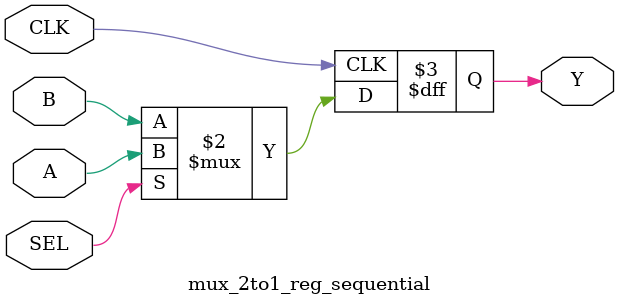
<source format=v>

module mux_2to1_reg_sequential
(
  input CLK,
  input A,
  input B,
  input SEL,
  output Y
);

  reg Y;

  always @(posedge CLK) begin
    Y <= (SEL)? A : B;
  end


endmodule

</source>
